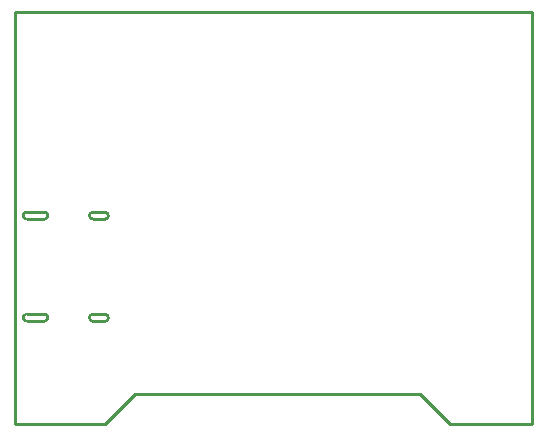
<source format=gm1>
G04 Layer_Color=16711935*
%FSLAX25Y25*%
%MOIN*%
G70*
G01*
G75*
%ADD17C,0.01000*%
%ADD47C,0.00787*%
D17*
X126160Y170689D02*
G03*
X126160Y168327I0J-1181D01*
G01*
X130097D02*
G03*
X130097Y170689I0J1181D01*
G01*
X104073Y136673D02*
G03*
X104073Y134311I0J-1181D01*
G01*
X109979D02*
G03*
X109979Y136673I0J1181D01*
G01*
X109979Y168327D02*
G03*
X109979Y170689I0J1181D01*
G01*
X104073D02*
G03*
X104073Y168327I0J-1181D01*
G01*
X130097Y134272D02*
G03*
X130097Y136634I0J1181D01*
G01*
X126160D02*
G03*
X126160Y134272I0J-1181D01*
G01*
X109979Y134311D02*
G03*
X109979Y136673I0J1181D01*
G01*
X104073D02*
G03*
X104073Y134311I0J-1181D01*
G01*
X104073Y170689D02*
G03*
X104073Y168327I0J-1181D01*
G01*
X109979D02*
G03*
X109979Y170689I0J1181D01*
G01*
X130097Y168327D02*
G03*
X130097Y170689I0J1181D01*
G01*
X126160D02*
G03*
X126160Y168327I0J-1181D01*
G01*
Y136634D02*
G03*
X126160Y134272I0J-1181D01*
G01*
X130097D02*
G03*
X130097Y136634I0J1181D01*
G01*
X126160Y168327D02*
X130097D01*
X126160Y170689D02*
X130097D01*
X104073Y134311D02*
X109979D01*
X104073Y136673D02*
X109979D01*
X104073Y170689D02*
X109979D01*
X104073Y168327D02*
X109979D01*
X126160Y136634D02*
X130097D01*
X126160Y134272D02*
X130097D01*
X245000Y100000D02*
X272500D01*
X235000Y110000D02*
X245000Y100000D01*
X100000D02*
X130000D01*
X140000Y110000D01*
X100000Y100000D02*
Y237500D01*
X140000Y110000D02*
X235000D01*
X100000Y237500D02*
X272500D01*
Y100000D02*
Y237500D01*
X104073Y136673D02*
X109979D01*
X104073Y134311D02*
X109979D01*
X104073Y168327D02*
X109979D01*
X104073Y170689D02*
X109979D01*
X126160Y170689D02*
X130097D01*
X126160Y168327D02*
X130097D01*
X126160Y134272D02*
X130097D01*
X126160Y136634D02*
X130097D01*
D47*
X100057Y135492D02*
Y169508D01*
M02*

</source>
